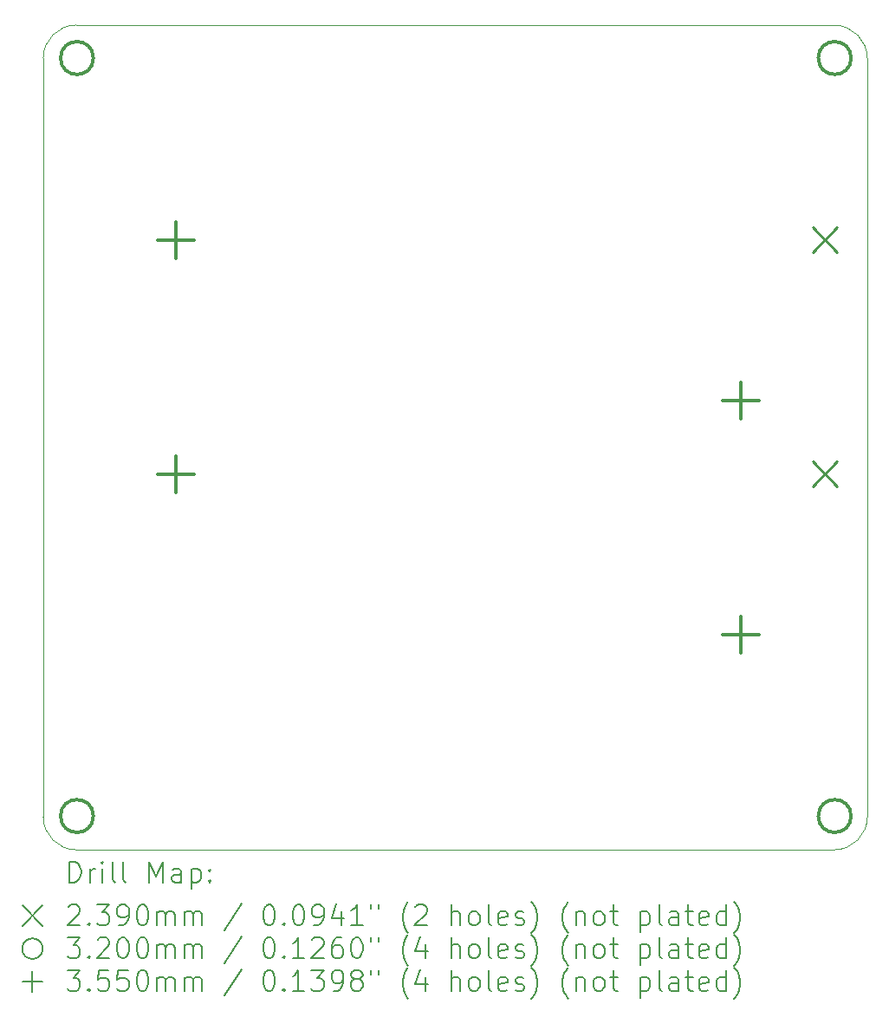
<source format=gbr>
%TF.GenerationSoftware,KiCad,Pcbnew,8.0.6*%
%TF.CreationDate,2024-11-27T19:43:05+03:00*%
%TF.ProjectId,EPSv3,45505376-332e-46b6-9963-61645f706362,rev?*%
%TF.SameCoordinates,Original*%
%TF.FileFunction,Drillmap*%
%TF.FilePolarity,Positive*%
%FSLAX45Y45*%
G04 Gerber Fmt 4.5, Leading zero omitted, Abs format (unit mm)*
G04 Created by KiCad (PCBNEW 8.0.6) date 2024-11-27 19:43:05*
%MOMM*%
%LPD*%
G01*
G04 APERTURE LIST*
%ADD10C,0.100000*%
%ADD11C,0.200000*%
%ADD12C,0.239000*%
%ADD13C,0.320000*%
%ADD14C,0.355000*%
G04 APERTURE END LIST*
D10*
X12737982Y-12628970D02*
X5334000Y-12629000D01*
X5009139Y-4900026D02*
G75*
G02*
X5334139Y-4575026I325000J0D01*
G01*
X13062982Y-12303970D02*
G75*
G02*
X12737982Y-12628972I-325002J1D01*
G01*
X13062982Y-4902200D02*
X13062982Y-12303970D01*
X5334000Y-12629000D02*
G75*
G02*
X5009000Y-12304000I0J325000D01*
G01*
X12737982Y-4577200D02*
G75*
G02*
X13062980Y-4902200I-2J-325000D01*
G01*
X5334139Y-4575026D02*
X12737982Y-4577200D01*
X5009139Y-4900026D02*
X5009000Y-12304000D01*
D11*
D12*
X12527561Y-6552498D02*
X12766561Y-6791498D01*
X12766561Y-6552498D02*
X12527561Y-6791498D01*
X12527561Y-8838498D02*
X12766561Y-9077498D01*
X12766561Y-8838498D02*
X12527561Y-9077498D01*
D13*
X5499200Y-4897030D02*
G75*
G02*
X5179200Y-4897030I-160000J0D01*
G01*
X5179200Y-4897030D02*
G75*
G02*
X5499200Y-4897030I160000J0D01*
G01*
X5499200Y-12298800D02*
G75*
G02*
X5179200Y-12298800I-160000J0D01*
G01*
X5179200Y-12298800D02*
G75*
G02*
X5499200Y-12298800I160000J0D01*
G01*
X12903182Y-4897030D02*
G75*
G02*
X12583182Y-4897030I-160000J0D01*
G01*
X12583182Y-4897030D02*
G75*
G02*
X12903182Y-4897030I160000J0D01*
G01*
X12903182Y-12298800D02*
G75*
G02*
X12583182Y-12298800I-160000J0D01*
G01*
X12583182Y-12298800D02*
G75*
G02*
X12903182Y-12298800I160000J0D01*
G01*
D14*
X6307061Y-6494498D02*
X6307061Y-6849498D01*
X6129561Y-6671998D02*
X6484561Y-6671998D01*
X6307061Y-8780498D02*
X6307061Y-9135498D01*
X6129561Y-8957998D02*
X6484561Y-8957998D01*
X11827061Y-8068498D02*
X11827061Y-8423498D01*
X11649561Y-8245998D02*
X12004561Y-8245998D01*
X11827061Y-10354498D02*
X11827061Y-10709498D01*
X11649561Y-10531998D02*
X12004561Y-10531998D01*
D11*
X5264777Y-12945484D02*
X5264777Y-12745484D01*
X5264777Y-12745484D02*
X5312396Y-12745484D01*
X5312396Y-12745484D02*
X5340967Y-12755008D01*
X5340967Y-12755008D02*
X5360015Y-12774055D01*
X5360015Y-12774055D02*
X5369539Y-12793103D01*
X5369539Y-12793103D02*
X5379063Y-12831198D01*
X5379063Y-12831198D02*
X5379063Y-12859769D01*
X5379063Y-12859769D02*
X5369539Y-12897865D01*
X5369539Y-12897865D02*
X5360015Y-12916912D01*
X5360015Y-12916912D02*
X5340967Y-12935960D01*
X5340967Y-12935960D02*
X5312396Y-12945484D01*
X5312396Y-12945484D02*
X5264777Y-12945484D01*
X5464777Y-12945484D02*
X5464777Y-12812150D01*
X5464777Y-12850246D02*
X5474301Y-12831198D01*
X5474301Y-12831198D02*
X5483824Y-12821674D01*
X5483824Y-12821674D02*
X5502872Y-12812150D01*
X5502872Y-12812150D02*
X5521920Y-12812150D01*
X5588586Y-12945484D02*
X5588586Y-12812150D01*
X5588586Y-12745484D02*
X5579063Y-12755008D01*
X5579063Y-12755008D02*
X5588586Y-12764531D01*
X5588586Y-12764531D02*
X5598110Y-12755008D01*
X5598110Y-12755008D02*
X5588586Y-12745484D01*
X5588586Y-12745484D02*
X5588586Y-12764531D01*
X5712396Y-12945484D02*
X5693348Y-12935960D01*
X5693348Y-12935960D02*
X5683824Y-12916912D01*
X5683824Y-12916912D02*
X5683824Y-12745484D01*
X5817158Y-12945484D02*
X5798110Y-12935960D01*
X5798110Y-12935960D02*
X5788586Y-12916912D01*
X5788586Y-12916912D02*
X5788586Y-12745484D01*
X6045729Y-12945484D02*
X6045729Y-12745484D01*
X6045729Y-12745484D02*
X6112396Y-12888341D01*
X6112396Y-12888341D02*
X6179062Y-12745484D01*
X6179062Y-12745484D02*
X6179062Y-12945484D01*
X6360015Y-12945484D02*
X6360015Y-12840722D01*
X6360015Y-12840722D02*
X6350491Y-12821674D01*
X6350491Y-12821674D02*
X6331443Y-12812150D01*
X6331443Y-12812150D02*
X6293348Y-12812150D01*
X6293348Y-12812150D02*
X6274301Y-12821674D01*
X6360015Y-12935960D02*
X6340967Y-12945484D01*
X6340967Y-12945484D02*
X6293348Y-12945484D01*
X6293348Y-12945484D02*
X6274301Y-12935960D01*
X6274301Y-12935960D02*
X6264777Y-12916912D01*
X6264777Y-12916912D02*
X6264777Y-12897865D01*
X6264777Y-12897865D02*
X6274301Y-12878817D01*
X6274301Y-12878817D02*
X6293348Y-12869293D01*
X6293348Y-12869293D02*
X6340967Y-12869293D01*
X6340967Y-12869293D02*
X6360015Y-12859769D01*
X6455253Y-12812150D02*
X6455253Y-13012150D01*
X6455253Y-12821674D02*
X6474301Y-12812150D01*
X6474301Y-12812150D02*
X6512396Y-12812150D01*
X6512396Y-12812150D02*
X6531443Y-12821674D01*
X6531443Y-12821674D02*
X6540967Y-12831198D01*
X6540967Y-12831198D02*
X6550491Y-12850246D01*
X6550491Y-12850246D02*
X6550491Y-12907388D01*
X6550491Y-12907388D02*
X6540967Y-12926436D01*
X6540967Y-12926436D02*
X6531443Y-12935960D01*
X6531443Y-12935960D02*
X6512396Y-12945484D01*
X6512396Y-12945484D02*
X6474301Y-12945484D01*
X6474301Y-12945484D02*
X6455253Y-12935960D01*
X6636205Y-12926436D02*
X6645729Y-12935960D01*
X6645729Y-12935960D02*
X6636205Y-12945484D01*
X6636205Y-12945484D02*
X6626682Y-12935960D01*
X6626682Y-12935960D02*
X6636205Y-12926436D01*
X6636205Y-12926436D02*
X6636205Y-12945484D01*
X6636205Y-12821674D02*
X6645729Y-12831198D01*
X6645729Y-12831198D02*
X6636205Y-12840722D01*
X6636205Y-12840722D02*
X6626682Y-12831198D01*
X6626682Y-12831198D02*
X6636205Y-12821674D01*
X6636205Y-12821674D02*
X6636205Y-12840722D01*
X4804000Y-13174000D02*
X5004000Y-13374000D01*
X5004000Y-13174000D02*
X4804000Y-13374000D01*
X5255253Y-13184531D02*
X5264777Y-13175008D01*
X5264777Y-13175008D02*
X5283824Y-13165484D01*
X5283824Y-13165484D02*
X5331444Y-13165484D01*
X5331444Y-13165484D02*
X5350491Y-13175008D01*
X5350491Y-13175008D02*
X5360015Y-13184531D01*
X5360015Y-13184531D02*
X5369539Y-13203579D01*
X5369539Y-13203579D02*
X5369539Y-13222627D01*
X5369539Y-13222627D02*
X5360015Y-13251198D01*
X5360015Y-13251198D02*
X5245729Y-13365484D01*
X5245729Y-13365484D02*
X5369539Y-13365484D01*
X5455253Y-13346436D02*
X5464777Y-13355960D01*
X5464777Y-13355960D02*
X5455253Y-13365484D01*
X5455253Y-13365484D02*
X5445729Y-13355960D01*
X5445729Y-13355960D02*
X5455253Y-13346436D01*
X5455253Y-13346436D02*
X5455253Y-13365484D01*
X5531444Y-13165484D02*
X5655253Y-13165484D01*
X5655253Y-13165484D02*
X5588586Y-13241674D01*
X5588586Y-13241674D02*
X5617158Y-13241674D01*
X5617158Y-13241674D02*
X5636205Y-13251198D01*
X5636205Y-13251198D02*
X5645729Y-13260722D01*
X5645729Y-13260722D02*
X5655253Y-13279769D01*
X5655253Y-13279769D02*
X5655253Y-13327388D01*
X5655253Y-13327388D02*
X5645729Y-13346436D01*
X5645729Y-13346436D02*
X5636205Y-13355960D01*
X5636205Y-13355960D02*
X5617158Y-13365484D01*
X5617158Y-13365484D02*
X5560015Y-13365484D01*
X5560015Y-13365484D02*
X5540967Y-13355960D01*
X5540967Y-13355960D02*
X5531444Y-13346436D01*
X5750491Y-13365484D02*
X5788586Y-13365484D01*
X5788586Y-13365484D02*
X5807634Y-13355960D01*
X5807634Y-13355960D02*
X5817158Y-13346436D01*
X5817158Y-13346436D02*
X5836205Y-13317865D01*
X5836205Y-13317865D02*
X5845729Y-13279769D01*
X5845729Y-13279769D02*
X5845729Y-13203579D01*
X5845729Y-13203579D02*
X5836205Y-13184531D01*
X5836205Y-13184531D02*
X5826682Y-13175008D01*
X5826682Y-13175008D02*
X5807634Y-13165484D01*
X5807634Y-13165484D02*
X5769539Y-13165484D01*
X5769539Y-13165484D02*
X5750491Y-13175008D01*
X5750491Y-13175008D02*
X5740967Y-13184531D01*
X5740967Y-13184531D02*
X5731443Y-13203579D01*
X5731443Y-13203579D02*
X5731443Y-13251198D01*
X5731443Y-13251198D02*
X5740967Y-13270246D01*
X5740967Y-13270246D02*
X5750491Y-13279769D01*
X5750491Y-13279769D02*
X5769539Y-13289293D01*
X5769539Y-13289293D02*
X5807634Y-13289293D01*
X5807634Y-13289293D02*
X5826682Y-13279769D01*
X5826682Y-13279769D02*
X5836205Y-13270246D01*
X5836205Y-13270246D02*
X5845729Y-13251198D01*
X5969539Y-13165484D02*
X5988586Y-13165484D01*
X5988586Y-13165484D02*
X6007634Y-13175008D01*
X6007634Y-13175008D02*
X6017158Y-13184531D01*
X6017158Y-13184531D02*
X6026682Y-13203579D01*
X6026682Y-13203579D02*
X6036205Y-13241674D01*
X6036205Y-13241674D02*
X6036205Y-13289293D01*
X6036205Y-13289293D02*
X6026682Y-13327388D01*
X6026682Y-13327388D02*
X6017158Y-13346436D01*
X6017158Y-13346436D02*
X6007634Y-13355960D01*
X6007634Y-13355960D02*
X5988586Y-13365484D01*
X5988586Y-13365484D02*
X5969539Y-13365484D01*
X5969539Y-13365484D02*
X5950491Y-13355960D01*
X5950491Y-13355960D02*
X5940967Y-13346436D01*
X5940967Y-13346436D02*
X5931443Y-13327388D01*
X5931443Y-13327388D02*
X5921920Y-13289293D01*
X5921920Y-13289293D02*
X5921920Y-13241674D01*
X5921920Y-13241674D02*
X5931443Y-13203579D01*
X5931443Y-13203579D02*
X5940967Y-13184531D01*
X5940967Y-13184531D02*
X5950491Y-13175008D01*
X5950491Y-13175008D02*
X5969539Y-13165484D01*
X6121920Y-13365484D02*
X6121920Y-13232150D01*
X6121920Y-13251198D02*
X6131443Y-13241674D01*
X6131443Y-13241674D02*
X6150491Y-13232150D01*
X6150491Y-13232150D02*
X6179063Y-13232150D01*
X6179063Y-13232150D02*
X6198110Y-13241674D01*
X6198110Y-13241674D02*
X6207634Y-13260722D01*
X6207634Y-13260722D02*
X6207634Y-13365484D01*
X6207634Y-13260722D02*
X6217158Y-13241674D01*
X6217158Y-13241674D02*
X6236205Y-13232150D01*
X6236205Y-13232150D02*
X6264777Y-13232150D01*
X6264777Y-13232150D02*
X6283824Y-13241674D01*
X6283824Y-13241674D02*
X6293348Y-13260722D01*
X6293348Y-13260722D02*
X6293348Y-13365484D01*
X6388586Y-13365484D02*
X6388586Y-13232150D01*
X6388586Y-13251198D02*
X6398110Y-13241674D01*
X6398110Y-13241674D02*
X6417158Y-13232150D01*
X6417158Y-13232150D02*
X6445729Y-13232150D01*
X6445729Y-13232150D02*
X6464777Y-13241674D01*
X6464777Y-13241674D02*
X6474301Y-13260722D01*
X6474301Y-13260722D02*
X6474301Y-13365484D01*
X6474301Y-13260722D02*
X6483824Y-13241674D01*
X6483824Y-13241674D02*
X6502872Y-13232150D01*
X6502872Y-13232150D02*
X6531443Y-13232150D01*
X6531443Y-13232150D02*
X6550491Y-13241674D01*
X6550491Y-13241674D02*
X6560015Y-13260722D01*
X6560015Y-13260722D02*
X6560015Y-13365484D01*
X6950491Y-13155960D02*
X6779063Y-13413103D01*
X7207634Y-13165484D02*
X7226682Y-13165484D01*
X7226682Y-13165484D02*
X7245729Y-13175008D01*
X7245729Y-13175008D02*
X7255253Y-13184531D01*
X7255253Y-13184531D02*
X7264777Y-13203579D01*
X7264777Y-13203579D02*
X7274301Y-13241674D01*
X7274301Y-13241674D02*
X7274301Y-13289293D01*
X7274301Y-13289293D02*
X7264777Y-13327388D01*
X7264777Y-13327388D02*
X7255253Y-13346436D01*
X7255253Y-13346436D02*
X7245729Y-13355960D01*
X7245729Y-13355960D02*
X7226682Y-13365484D01*
X7226682Y-13365484D02*
X7207634Y-13365484D01*
X7207634Y-13365484D02*
X7188586Y-13355960D01*
X7188586Y-13355960D02*
X7179063Y-13346436D01*
X7179063Y-13346436D02*
X7169539Y-13327388D01*
X7169539Y-13327388D02*
X7160015Y-13289293D01*
X7160015Y-13289293D02*
X7160015Y-13241674D01*
X7160015Y-13241674D02*
X7169539Y-13203579D01*
X7169539Y-13203579D02*
X7179063Y-13184531D01*
X7179063Y-13184531D02*
X7188586Y-13175008D01*
X7188586Y-13175008D02*
X7207634Y-13165484D01*
X7360015Y-13346436D02*
X7369539Y-13355960D01*
X7369539Y-13355960D02*
X7360015Y-13365484D01*
X7360015Y-13365484D02*
X7350491Y-13355960D01*
X7350491Y-13355960D02*
X7360015Y-13346436D01*
X7360015Y-13346436D02*
X7360015Y-13365484D01*
X7493348Y-13165484D02*
X7512396Y-13165484D01*
X7512396Y-13165484D02*
X7531444Y-13175008D01*
X7531444Y-13175008D02*
X7540967Y-13184531D01*
X7540967Y-13184531D02*
X7550491Y-13203579D01*
X7550491Y-13203579D02*
X7560015Y-13241674D01*
X7560015Y-13241674D02*
X7560015Y-13289293D01*
X7560015Y-13289293D02*
X7550491Y-13327388D01*
X7550491Y-13327388D02*
X7540967Y-13346436D01*
X7540967Y-13346436D02*
X7531444Y-13355960D01*
X7531444Y-13355960D02*
X7512396Y-13365484D01*
X7512396Y-13365484D02*
X7493348Y-13365484D01*
X7493348Y-13365484D02*
X7474301Y-13355960D01*
X7474301Y-13355960D02*
X7464777Y-13346436D01*
X7464777Y-13346436D02*
X7455253Y-13327388D01*
X7455253Y-13327388D02*
X7445729Y-13289293D01*
X7445729Y-13289293D02*
X7445729Y-13241674D01*
X7445729Y-13241674D02*
X7455253Y-13203579D01*
X7455253Y-13203579D02*
X7464777Y-13184531D01*
X7464777Y-13184531D02*
X7474301Y-13175008D01*
X7474301Y-13175008D02*
X7493348Y-13165484D01*
X7655253Y-13365484D02*
X7693348Y-13365484D01*
X7693348Y-13365484D02*
X7712396Y-13355960D01*
X7712396Y-13355960D02*
X7721920Y-13346436D01*
X7721920Y-13346436D02*
X7740967Y-13317865D01*
X7740967Y-13317865D02*
X7750491Y-13279769D01*
X7750491Y-13279769D02*
X7750491Y-13203579D01*
X7750491Y-13203579D02*
X7740967Y-13184531D01*
X7740967Y-13184531D02*
X7731444Y-13175008D01*
X7731444Y-13175008D02*
X7712396Y-13165484D01*
X7712396Y-13165484D02*
X7674301Y-13165484D01*
X7674301Y-13165484D02*
X7655253Y-13175008D01*
X7655253Y-13175008D02*
X7645729Y-13184531D01*
X7645729Y-13184531D02*
X7636206Y-13203579D01*
X7636206Y-13203579D02*
X7636206Y-13251198D01*
X7636206Y-13251198D02*
X7645729Y-13270246D01*
X7645729Y-13270246D02*
X7655253Y-13279769D01*
X7655253Y-13279769D02*
X7674301Y-13289293D01*
X7674301Y-13289293D02*
X7712396Y-13289293D01*
X7712396Y-13289293D02*
X7731444Y-13279769D01*
X7731444Y-13279769D02*
X7740967Y-13270246D01*
X7740967Y-13270246D02*
X7750491Y-13251198D01*
X7921920Y-13232150D02*
X7921920Y-13365484D01*
X7874301Y-13155960D02*
X7826682Y-13298817D01*
X7826682Y-13298817D02*
X7950491Y-13298817D01*
X8131444Y-13365484D02*
X8017158Y-13365484D01*
X8074301Y-13365484D02*
X8074301Y-13165484D01*
X8074301Y-13165484D02*
X8055253Y-13194055D01*
X8055253Y-13194055D02*
X8036206Y-13213103D01*
X8036206Y-13213103D02*
X8017158Y-13222627D01*
X8207634Y-13165484D02*
X8207634Y-13203579D01*
X8283825Y-13165484D02*
X8283825Y-13203579D01*
X8579063Y-13441674D02*
X8569539Y-13432150D01*
X8569539Y-13432150D02*
X8550491Y-13403579D01*
X8550491Y-13403579D02*
X8540968Y-13384531D01*
X8540968Y-13384531D02*
X8531444Y-13355960D01*
X8531444Y-13355960D02*
X8521920Y-13308341D01*
X8521920Y-13308341D02*
X8521920Y-13270246D01*
X8521920Y-13270246D02*
X8531444Y-13222627D01*
X8531444Y-13222627D02*
X8540968Y-13194055D01*
X8540968Y-13194055D02*
X8550491Y-13175008D01*
X8550491Y-13175008D02*
X8569539Y-13146436D01*
X8569539Y-13146436D02*
X8579063Y-13136912D01*
X8645730Y-13184531D02*
X8655253Y-13175008D01*
X8655253Y-13175008D02*
X8674301Y-13165484D01*
X8674301Y-13165484D02*
X8721920Y-13165484D01*
X8721920Y-13165484D02*
X8740968Y-13175008D01*
X8740968Y-13175008D02*
X8750491Y-13184531D01*
X8750491Y-13184531D02*
X8760015Y-13203579D01*
X8760015Y-13203579D02*
X8760015Y-13222627D01*
X8760015Y-13222627D02*
X8750491Y-13251198D01*
X8750491Y-13251198D02*
X8636206Y-13365484D01*
X8636206Y-13365484D02*
X8760015Y-13365484D01*
X8998111Y-13365484D02*
X8998111Y-13165484D01*
X9083825Y-13365484D02*
X9083825Y-13260722D01*
X9083825Y-13260722D02*
X9074301Y-13241674D01*
X9074301Y-13241674D02*
X9055253Y-13232150D01*
X9055253Y-13232150D02*
X9026682Y-13232150D01*
X9026682Y-13232150D02*
X9007634Y-13241674D01*
X9007634Y-13241674D02*
X8998111Y-13251198D01*
X9207634Y-13365484D02*
X9188587Y-13355960D01*
X9188587Y-13355960D02*
X9179063Y-13346436D01*
X9179063Y-13346436D02*
X9169539Y-13327388D01*
X9169539Y-13327388D02*
X9169539Y-13270246D01*
X9169539Y-13270246D02*
X9179063Y-13251198D01*
X9179063Y-13251198D02*
X9188587Y-13241674D01*
X9188587Y-13241674D02*
X9207634Y-13232150D01*
X9207634Y-13232150D02*
X9236206Y-13232150D01*
X9236206Y-13232150D02*
X9255253Y-13241674D01*
X9255253Y-13241674D02*
X9264777Y-13251198D01*
X9264777Y-13251198D02*
X9274301Y-13270246D01*
X9274301Y-13270246D02*
X9274301Y-13327388D01*
X9274301Y-13327388D02*
X9264777Y-13346436D01*
X9264777Y-13346436D02*
X9255253Y-13355960D01*
X9255253Y-13355960D02*
X9236206Y-13365484D01*
X9236206Y-13365484D02*
X9207634Y-13365484D01*
X9388587Y-13365484D02*
X9369539Y-13355960D01*
X9369539Y-13355960D02*
X9360015Y-13336912D01*
X9360015Y-13336912D02*
X9360015Y-13165484D01*
X9540968Y-13355960D02*
X9521920Y-13365484D01*
X9521920Y-13365484D02*
X9483825Y-13365484D01*
X9483825Y-13365484D02*
X9464777Y-13355960D01*
X9464777Y-13355960D02*
X9455253Y-13336912D01*
X9455253Y-13336912D02*
X9455253Y-13260722D01*
X9455253Y-13260722D02*
X9464777Y-13241674D01*
X9464777Y-13241674D02*
X9483825Y-13232150D01*
X9483825Y-13232150D02*
X9521920Y-13232150D01*
X9521920Y-13232150D02*
X9540968Y-13241674D01*
X9540968Y-13241674D02*
X9550492Y-13260722D01*
X9550492Y-13260722D02*
X9550492Y-13279769D01*
X9550492Y-13279769D02*
X9455253Y-13298817D01*
X9626682Y-13355960D02*
X9645730Y-13365484D01*
X9645730Y-13365484D02*
X9683825Y-13365484D01*
X9683825Y-13365484D02*
X9702873Y-13355960D01*
X9702873Y-13355960D02*
X9712396Y-13336912D01*
X9712396Y-13336912D02*
X9712396Y-13327388D01*
X9712396Y-13327388D02*
X9702873Y-13308341D01*
X9702873Y-13308341D02*
X9683825Y-13298817D01*
X9683825Y-13298817D02*
X9655253Y-13298817D01*
X9655253Y-13298817D02*
X9636206Y-13289293D01*
X9636206Y-13289293D02*
X9626682Y-13270246D01*
X9626682Y-13270246D02*
X9626682Y-13260722D01*
X9626682Y-13260722D02*
X9636206Y-13241674D01*
X9636206Y-13241674D02*
X9655253Y-13232150D01*
X9655253Y-13232150D02*
X9683825Y-13232150D01*
X9683825Y-13232150D02*
X9702873Y-13241674D01*
X9779063Y-13441674D02*
X9788587Y-13432150D01*
X9788587Y-13432150D02*
X9807634Y-13403579D01*
X9807634Y-13403579D02*
X9817158Y-13384531D01*
X9817158Y-13384531D02*
X9826682Y-13355960D01*
X9826682Y-13355960D02*
X9836206Y-13308341D01*
X9836206Y-13308341D02*
X9836206Y-13270246D01*
X9836206Y-13270246D02*
X9826682Y-13222627D01*
X9826682Y-13222627D02*
X9817158Y-13194055D01*
X9817158Y-13194055D02*
X9807634Y-13175008D01*
X9807634Y-13175008D02*
X9788587Y-13146436D01*
X9788587Y-13146436D02*
X9779063Y-13136912D01*
X10140968Y-13441674D02*
X10131444Y-13432150D01*
X10131444Y-13432150D02*
X10112396Y-13403579D01*
X10112396Y-13403579D02*
X10102873Y-13384531D01*
X10102873Y-13384531D02*
X10093349Y-13355960D01*
X10093349Y-13355960D02*
X10083825Y-13308341D01*
X10083825Y-13308341D02*
X10083825Y-13270246D01*
X10083825Y-13270246D02*
X10093349Y-13222627D01*
X10093349Y-13222627D02*
X10102873Y-13194055D01*
X10102873Y-13194055D02*
X10112396Y-13175008D01*
X10112396Y-13175008D02*
X10131444Y-13146436D01*
X10131444Y-13146436D02*
X10140968Y-13136912D01*
X10217158Y-13232150D02*
X10217158Y-13365484D01*
X10217158Y-13251198D02*
X10226682Y-13241674D01*
X10226682Y-13241674D02*
X10245730Y-13232150D01*
X10245730Y-13232150D02*
X10274301Y-13232150D01*
X10274301Y-13232150D02*
X10293349Y-13241674D01*
X10293349Y-13241674D02*
X10302873Y-13260722D01*
X10302873Y-13260722D02*
X10302873Y-13365484D01*
X10426682Y-13365484D02*
X10407634Y-13355960D01*
X10407634Y-13355960D02*
X10398111Y-13346436D01*
X10398111Y-13346436D02*
X10388587Y-13327388D01*
X10388587Y-13327388D02*
X10388587Y-13270246D01*
X10388587Y-13270246D02*
X10398111Y-13251198D01*
X10398111Y-13251198D02*
X10407634Y-13241674D01*
X10407634Y-13241674D02*
X10426682Y-13232150D01*
X10426682Y-13232150D02*
X10455254Y-13232150D01*
X10455254Y-13232150D02*
X10474301Y-13241674D01*
X10474301Y-13241674D02*
X10483825Y-13251198D01*
X10483825Y-13251198D02*
X10493349Y-13270246D01*
X10493349Y-13270246D02*
X10493349Y-13327388D01*
X10493349Y-13327388D02*
X10483825Y-13346436D01*
X10483825Y-13346436D02*
X10474301Y-13355960D01*
X10474301Y-13355960D02*
X10455254Y-13365484D01*
X10455254Y-13365484D02*
X10426682Y-13365484D01*
X10550492Y-13232150D02*
X10626682Y-13232150D01*
X10579063Y-13165484D02*
X10579063Y-13336912D01*
X10579063Y-13336912D02*
X10588587Y-13355960D01*
X10588587Y-13355960D02*
X10607634Y-13365484D01*
X10607634Y-13365484D02*
X10626682Y-13365484D01*
X10845730Y-13232150D02*
X10845730Y-13432150D01*
X10845730Y-13241674D02*
X10864777Y-13232150D01*
X10864777Y-13232150D02*
X10902873Y-13232150D01*
X10902873Y-13232150D02*
X10921920Y-13241674D01*
X10921920Y-13241674D02*
X10931444Y-13251198D01*
X10931444Y-13251198D02*
X10940968Y-13270246D01*
X10940968Y-13270246D02*
X10940968Y-13327388D01*
X10940968Y-13327388D02*
X10931444Y-13346436D01*
X10931444Y-13346436D02*
X10921920Y-13355960D01*
X10921920Y-13355960D02*
X10902873Y-13365484D01*
X10902873Y-13365484D02*
X10864777Y-13365484D01*
X10864777Y-13365484D02*
X10845730Y-13355960D01*
X11055254Y-13365484D02*
X11036206Y-13355960D01*
X11036206Y-13355960D02*
X11026682Y-13336912D01*
X11026682Y-13336912D02*
X11026682Y-13165484D01*
X11217158Y-13365484D02*
X11217158Y-13260722D01*
X11217158Y-13260722D02*
X11207634Y-13241674D01*
X11207634Y-13241674D02*
X11188587Y-13232150D01*
X11188587Y-13232150D02*
X11150492Y-13232150D01*
X11150492Y-13232150D02*
X11131444Y-13241674D01*
X11217158Y-13355960D02*
X11198111Y-13365484D01*
X11198111Y-13365484D02*
X11150492Y-13365484D01*
X11150492Y-13365484D02*
X11131444Y-13355960D01*
X11131444Y-13355960D02*
X11121920Y-13336912D01*
X11121920Y-13336912D02*
X11121920Y-13317865D01*
X11121920Y-13317865D02*
X11131444Y-13298817D01*
X11131444Y-13298817D02*
X11150492Y-13289293D01*
X11150492Y-13289293D02*
X11198111Y-13289293D01*
X11198111Y-13289293D02*
X11217158Y-13279769D01*
X11283825Y-13232150D02*
X11360015Y-13232150D01*
X11312396Y-13165484D02*
X11312396Y-13336912D01*
X11312396Y-13336912D02*
X11321920Y-13355960D01*
X11321920Y-13355960D02*
X11340968Y-13365484D01*
X11340968Y-13365484D02*
X11360015Y-13365484D01*
X11502873Y-13355960D02*
X11483825Y-13365484D01*
X11483825Y-13365484D02*
X11445730Y-13365484D01*
X11445730Y-13365484D02*
X11426682Y-13355960D01*
X11426682Y-13355960D02*
X11417158Y-13336912D01*
X11417158Y-13336912D02*
X11417158Y-13260722D01*
X11417158Y-13260722D02*
X11426682Y-13241674D01*
X11426682Y-13241674D02*
X11445730Y-13232150D01*
X11445730Y-13232150D02*
X11483825Y-13232150D01*
X11483825Y-13232150D02*
X11502873Y-13241674D01*
X11502873Y-13241674D02*
X11512396Y-13260722D01*
X11512396Y-13260722D02*
X11512396Y-13279769D01*
X11512396Y-13279769D02*
X11417158Y-13298817D01*
X11683825Y-13365484D02*
X11683825Y-13165484D01*
X11683825Y-13355960D02*
X11664777Y-13365484D01*
X11664777Y-13365484D02*
X11626682Y-13365484D01*
X11626682Y-13365484D02*
X11607634Y-13355960D01*
X11607634Y-13355960D02*
X11598111Y-13346436D01*
X11598111Y-13346436D02*
X11588587Y-13327388D01*
X11588587Y-13327388D02*
X11588587Y-13270246D01*
X11588587Y-13270246D02*
X11598111Y-13251198D01*
X11598111Y-13251198D02*
X11607634Y-13241674D01*
X11607634Y-13241674D02*
X11626682Y-13232150D01*
X11626682Y-13232150D02*
X11664777Y-13232150D01*
X11664777Y-13232150D02*
X11683825Y-13241674D01*
X11760015Y-13441674D02*
X11769539Y-13432150D01*
X11769539Y-13432150D02*
X11788587Y-13403579D01*
X11788587Y-13403579D02*
X11798111Y-13384531D01*
X11798111Y-13384531D02*
X11807634Y-13355960D01*
X11807634Y-13355960D02*
X11817158Y-13308341D01*
X11817158Y-13308341D02*
X11817158Y-13270246D01*
X11817158Y-13270246D02*
X11807634Y-13222627D01*
X11807634Y-13222627D02*
X11798111Y-13194055D01*
X11798111Y-13194055D02*
X11788587Y-13175008D01*
X11788587Y-13175008D02*
X11769539Y-13146436D01*
X11769539Y-13146436D02*
X11760015Y-13136912D01*
X5004000Y-13594000D02*
G75*
G02*
X4804000Y-13594000I-100000J0D01*
G01*
X4804000Y-13594000D02*
G75*
G02*
X5004000Y-13594000I100000J0D01*
G01*
X5245729Y-13485484D02*
X5369539Y-13485484D01*
X5369539Y-13485484D02*
X5302872Y-13561674D01*
X5302872Y-13561674D02*
X5331444Y-13561674D01*
X5331444Y-13561674D02*
X5350491Y-13571198D01*
X5350491Y-13571198D02*
X5360015Y-13580722D01*
X5360015Y-13580722D02*
X5369539Y-13599769D01*
X5369539Y-13599769D02*
X5369539Y-13647388D01*
X5369539Y-13647388D02*
X5360015Y-13666436D01*
X5360015Y-13666436D02*
X5350491Y-13675960D01*
X5350491Y-13675960D02*
X5331444Y-13685484D01*
X5331444Y-13685484D02*
X5274301Y-13685484D01*
X5274301Y-13685484D02*
X5255253Y-13675960D01*
X5255253Y-13675960D02*
X5245729Y-13666436D01*
X5455253Y-13666436D02*
X5464777Y-13675960D01*
X5464777Y-13675960D02*
X5455253Y-13685484D01*
X5455253Y-13685484D02*
X5445729Y-13675960D01*
X5445729Y-13675960D02*
X5455253Y-13666436D01*
X5455253Y-13666436D02*
X5455253Y-13685484D01*
X5540967Y-13504531D02*
X5550491Y-13495008D01*
X5550491Y-13495008D02*
X5569539Y-13485484D01*
X5569539Y-13485484D02*
X5617158Y-13485484D01*
X5617158Y-13485484D02*
X5636205Y-13495008D01*
X5636205Y-13495008D02*
X5645729Y-13504531D01*
X5645729Y-13504531D02*
X5655253Y-13523579D01*
X5655253Y-13523579D02*
X5655253Y-13542627D01*
X5655253Y-13542627D02*
X5645729Y-13571198D01*
X5645729Y-13571198D02*
X5531444Y-13685484D01*
X5531444Y-13685484D02*
X5655253Y-13685484D01*
X5779062Y-13485484D02*
X5798110Y-13485484D01*
X5798110Y-13485484D02*
X5817158Y-13495008D01*
X5817158Y-13495008D02*
X5826682Y-13504531D01*
X5826682Y-13504531D02*
X5836205Y-13523579D01*
X5836205Y-13523579D02*
X5845729Y-13561674D01*
X5845729Y-13561674D02*
X5845729Y-13609293D01*
X5845729Y-13609293D02*
X5836205Y-13647388D01*
X5836205Y-13647388D02*
X5826682Y-13666436D01*
X5826682Y-13666436D02*
X5817158Y-13675960D01*
X5817158Y-13675960D02*
X5798110Y-13685484D01*
X5798110Y-13685484D02*
X5779062Y-13685484D01*
X5779062Y-13685484D02*
X5760015Y-13675960D01*
X5760015Y-13675960D02*
X5750491Y-13666436D01*
X5750491Y-13666436D02*
X5740967Y-13647388D01*
X5740967Y-13647388D02*
X5731443Y-13609293D01*
X5731443Y-13609293D02*
X5731443Y-13561674D01*
X5731443Y-13561674D02*
X5740967Y-13523579D01*
X5740967Y-13523579D02*
X5750491Y-13504531D01*
X5750491Y-13504531D02*
X5760015Y-13495008D01*
X5760015Y-13495008D02*
X5779062Y-13485484D01*
X5969539Y-13485484D02*
X5988586Y-13485484D01*
X5988586Y-13485484D02*
X6007634Y-13495008D01*
X6007634Y-13495008D02*
X6017158Y-13504531D01*
X6017158Y-13504531D02*
X6026682Y-13523579D01*
X6026682Y-13523579D02*
X6036205Y-13561674D01*
X6036205Y-13561674D02*
X6036205Y-13609293D01*
X6036205Y-13609293D02*
X6026682Y-13647388D01*
X6026682Y-13647388D02*
X6017158Y-13666436D01*
X6017158Y-13666436D02*
X6007634Y-13675960D01*
X6007634Y-13675960D02*
X5988586Y-13685484D01*
X5988586Y-13685484D02*
X5969539Y-13685484D01*
X5969539Y-13685484D02*
X5950491Y-13675960D01*
X5950491Y-13675960D02*
X5940967Y-13666436D01*
X5940967Y-13666436D02*
X5931443Y-13647388D01*
X5931443Y-13647388D02*
X5921920Y-13609293D01*
X5921920Y-13609293D02*
X5921920Y-13561674D01*
X5921920Y-13561674D02*
X5931443Y-13523579D01*
X5931443Y-13523579D02*
X5940967Y-13504531D01*
X5940967Y-13504531D02*
X5950491Y-13495008D01*
X5950491Y-13495008D02*
X5969539Y-13485484D01*
X6121920Y-13685484D02*
X6121920Y-13552150D01*
X6121920Y-13571198D02*
X6131443Y-13561674D01*
X6131443Y-13561674D02*
X6150491Y-13552150D01*
X6150491Y-13552150D02*
X6179063Y-13552150D01*
X6179063Y-13552150D02*
X6198110Y-13561674D01*
X6198110Y-13561674D02*
X6207634Y-13580722D01*
X6207634Y-13580722D02*
X6207634Y-13685484D01*
X6207634Y-13580722D02*
X6217158Y-13561674D01*
X6217158Y-13561674D02*
X6236205Y-13552150D01*
X6236205Y-13552150D02*
X6264777Y-13552150D01*
X6264777Y-13552150D02*
X6283824Y-13561674D01*
X6283824Y-13561674D02*
X6293348Y-13580722D01*
X6293348Y-13580722D02*
X6293348Y-13685484D01*
X6388586Y-13685484D02*
X6388586Y-13552150D01*
X6388586Y-13571198D02*
X6398110Y-13561674D01*
X6398110Y-13561674D02*
X6417158Y-13552150D01*
X6417158Y-13552150D02*
X6445729Y-13552150D01*
X6445729Y-13552150D02*
X6464777Y-13561674D01*
X6464777Y-13561674D02*
X6474301Y-13580722D01*
X6474301Y-13580722D02*
X6474301Y-13685484D01*
X6474301Y-13580722D02*
X6483824Y-13561674D01*
X6483824Y-13561674D02*
X6502872Y-13552150D01*
X6502872Y-13552150D02*
X6531443Y-13552150D01*
X6531443Y-13552150D02*
X6550491Y-13561674D01*
X6550491Y-13561674D02*
X6560015Y-13580722D01*
X6560015Y-13580722D02*
X6560015Y-13685484D01*
X6950491Y-13475960D02*
X6779063Y-13733103D01*
X7207634Y-13485484D02*
X7226682Y-13485484D01*
X7226682Y-13485484D02*
X7245729Y-13495008D01*
X7245729Y-13495008D02*
X7255253Y-13504531D01*
X7255253Y-13504531D02*
X7264777Y-13523579D01*
X7264777Y-13523579D02*
X7274301Y-13561674D01*
X7274301Y-13561674D02*
X7274301Y-13609293D01*
X7274301Y-13609293D02*
X7264777Y-13647388D01*
X7264777Y-13647388D02*
X7255253Y-13666436D01*
X7255253Y-13666436D02*
X7245729Y-13675960D01*
X7245729Y-13675960D02*
X7226682Y-13685484D01*
X7226682Y-13685484D02*
X7207634Y-13685484D01*
X7207634Y-13685484D02*
X7188586Y-13675960D01*
X7188586Y-13675960D02*
X7179063Y-13666436D01*
X7179063Y-13666436D02*
X7169539Y-13647388D01*
X7169539Y-13647388D02*
X7160015Y-13609293D01*
X7160015Y-13609293D02*
X7160015Y-13561674D01*
X7160015Y-13561674D02*
X7169539Y-13523579D01*
X7169539Y-13523579D02*
X7179063Y-13504531D01*
X7179063Y-13504531D02*
X7188586Y-13495008D01*
X7188586Y-13495008D02*
X7207634Y-13485484D01*
X7360015Y-13666436D02*
X7369539Y-13675960D01*
X7369539Y-13675960D02*
X7360015Y-13685484D01*
X7360015Y-13685484D02*
X7350491Y-13675960D01*
X7350491Y-13675960D02*
X7360015Y-13666436D01*
X7360015Y-13666436D02*
X7360015Y-13685484D01*
X7560015Y-13685484D02*
X7445729Y-13685484D01*
X7502872Y-13685484D02*
X7502872Y-13485484D01*
X7502872Y-13485484D02*
X7483825Y-13514055D01*
X7483825Y-13514055D02*
X7464777Y-13533103D01*
X7464777Y-13533103D02*
X7445729Y-13542627D01*
X7636206Y-13504531D02*
X7645729Y-13495008D01*
X7645729Y-13495008D02*
X7664777Y-13485484D01*
X7664777Y-13485484D02*
X7712396Y-13485484D01*
X7712396Y-13485484D02*
X7731444Y-13495008D01*
X7731444Y-13495008D02*
X7740967Y-13504531D01*
X7740967Y-13504531D02*
X7750491Y-13523579D01*
X7750491Y-13523579D02*
X7750491Y-13542627D01*
X7750491Y-13542627D02*
X7740967Y-13571198D01*
X7740967Y-13571198D02*
X7626682Y-13685484D01*
X7626682Y-13685484D02*
X7750491Y-13685484D01*
X7921920Y-13485484D02*
X7883825Y-13485484D01*
X7883825Y-13485484D02*
X7864777Y-13495008D01*
X7864777Y-13495008D02*
X7855253Y-13504531D01*
X7855253Y-13504531D02*
X7836206Y-13533103D01*
X7836206Y-13533103D02*
X7826682Y-13571198D01*
X7826682Y-13571198D02*
X7826682Y-13647388D01*
X7826682Y-13647388D02*
X7836206Y-13666436D01*
X7836206Y-13666436D02*
X7845729Y-13675960D01*
X7845729Y-13675960D02*
X7864777Y-13685484D01*
X7864777Y-13685484D02*
X7902872Y-13685484D01*
X7902872Y-13685484D02*
X7921920Y-13675960D01*
X7921920Y-13675960D02*
X7931444Y-13666436D01*
X7931444Y-13666436D02*
X7940967Y-13647388D01*
X7940967Y-13647388D02*
X7940967Y-13599769D01*
X7940967Y-13599769D02*
X7931444Y-13580722D01*
X7931444Y-13580722D02*
X7921920Y-13571198D01*
X7921920Y-13571198D02*
X7902872Y-13561674D01*
X7902872Y-13561674D02*
X7864777Y-13561674D01*
X7864777Y-13561674D02*
X7845729Y-13571198D01*
X7845729Y-13571198D02*
X7836206Y-13580722D01*
X7836206Y-13580722D02*
X7826682Y-13599769D01*
X8064777Y-13485484D02*
X8083825Y-13485484D01*
X8083825Y-13485484D02*
X8102872Y-13495008D01*
X8102872Y-13495008D02*
X8112396Y-13504531D01*
X8112396Y-13504531D02*
X8121920Y-13523579D01*
X8121920Y-13523579D02*
X8131444Y-13561674D01*
X8131444Y-13561674D02*
X8131444Y-13609293D01*
X8131444Y-13609293D02*
X8121920Y-13647388D01*
X8121920Y-13647388D02*
X8112396Y-13666436D01*
X8112396Y-13666436D02*
X8102872Y-13675960D01*
X8102872Y-13675960D02*
X8083825Y-13685484D01*
X8083825Y-13685484D02*
X8064777Y-13685484D01*
X8064777Y-13685484D02*
X8045729Y-13675960D01*
X8045729Y-13675960D02*
X8036206Y-13666436D01*
X8036206Y-13666436D02*
X8026682Y-13647388D01*
X8026682Y-13647388D02*
X8017158Y-13609293D01*
X8017158Y-13609293D02*
X8017158Y-13561674D01*
X8017158Y-13561674D02*
X8026682Y-13523579D01*
X8026682Y-13523579D02*
X8036206Y-13504531D01*
X8036206Y-13504531D02*
X8045729Y-13495008D01*
X8045729Y-13495008D02*
X8064777Y-13485484D01*
X8207634Y-13485484D02*
X8207634Y-13523579D01*
X8283825Y-13485484D02*
X8283825Y-13523579D01*
X8579063Y-13761674D02*
X8569539Y-13752150D01*
X8569539Y-13752150D02*
X8550491Y-13723579D01*
X8550491Y-13723579D02*
X8540968Y-13704531D01*
X8540968Y-13704531D02*
X8531444Y-13675960D01*
X8531444Y-13675960D02*
X8521920Y-13628341D01*
X8521920Y-13628341D02*
X8521920Y-13590246D01*
X8521920Y-13590246D02*
X8531444Y-13542627D01*
X8531444Y-13542627D02*
X8540968Y-13514055D01*
X8540968Y-13514055D02*
X8550491Y-13495008D01*
X8550491Y-13495008D02*
X8569539Y-13466436D01*
X8569539Y-13466436D02*
X8579063Y-13456912D01*
X8740968Y-13552150D02*
X8740968Y-13685484D01*
X8693349Y-13475960D02*
X8645730Y-13618817D01*
X8645730Y-13618817D02*
X8769539Y-13618817D01*
X8998111Y-13685484D02*
X8998111Y-13485484D01*
X9083825Y-13685484D02*
X9083825Y-13580722D01*
X9083825Y-13580722D02*
X9074301Y-13561674D01*
X9074301Y-13561674D02*
X9055253Y-13552150D01*
X9055253Y-13552150D02*
X9026682Y-13552150D01*
X9026682Y-13552150D02*
X9007634Y-13561674D01*
X9007634Y-13561674D02*
X8998111Y-13571198D01*
X9207634Y-13685484D02*
X9188587Y-13675960D01*
X9188587Y-13675960D02*
X9179063Y-13666436D01*
X9179063Y-13666436D02*
X9169539Y-13647388D01*
X9169539Y-13647388D02*
X9169539Y-13590246D01*
X9169539Y-13590246D02*
X9179063Y-13571198D01*
X9179063Y-13571198D02*
X9188587Y-13561674D01*
X9188587Y-13561674D02*
X9207634Y-13552150D01*
X9207634Y-13552150D02*
X9236206Y-13552150D01*
X9236206Y-13552150D02*
X9255253Y-13561674D01*
X9255253Y-13561674D02*
X9264777Y-13571198D01*
X9264777Y-13571198D02*
X9274301Y-13590246D01*
X9274301Y-13590246D02*
X9274301Y-13647388D01*
X9274301Y-13647388D02*
X9264777Y-13666436D01*
X9264777Y-13666436D02*
X9255253Y-13675960D01*
X9255253Y-13675960D02*
X9236206Y-13685484D01*
X9236206Y-13685484D02*
X9207634Y-13685484D01*
X9388587Y-13685484D02*
X9369539Y-13675960D01*
X9369539Y-13675960D02*
X9360015Y-13656912D01*
X9360015Y-13656912D02*
X9360015Y-13485484D01*
X9540968Y-13675960D02*
X9521920Y-13685484D01*
X9521920Y-13685484D02*
X9483825Y-13685484D01*
X9483825Y-13685484D02*
X9464777Y-13675960D01*
X9464777Y-13675960D02*
X9455253Y-13656912D01*
X9455253Y-13656912D02*
X9455253Y-13580722D01*
X9455253Y-13580722D02*
X9464777Y-13561674D01*
X9464777Y-13561674D02*
X9483825Y-13552150D01*
X9483825Y-13552150D02*
X9521920Y-13552150D01*
X9521920Y-13552150D02*
X9540968Y-13561674D01*
X9540968Y-13561674D02*
X9550492Y-13580722D01*
X9550492Y-13580722D02*
X9550492Y-13599769D01*
X9550492Y-13599769D02*
X9455253Y-13618817D01*
X9626682Y-13675960D02*
X9645730Y-13685484D01*
X9645730Y-13685484D02*
X9683825Y-13685484D01*
X9683825Y-13685484D02*
X9702873Y-13675960D01*
X9702873Y-13675960D02*
X9712396Y-13656912D01*
X9712396Y-13656912D02*
X9712396Y-13647388D01*
X9712396Y-13647388D02*
X9702873Y-13628341D01*
X9702873Y-13628341D02*
X9683825Y-13618817D01*
X9683825Y-13618817D02*
X9655253Y-13618817D01*
X9655253Y-13618817D02*
X9636206Y-13609293D01*
X9636206Y-13609293D02*
X9626682Y-13590246D01*
X9626682Y-13590246D02*
X9626682Y-13580722D01*
X9626682Y-13580722D02*
X9636206Y-13561674D01*
X9636206Y-13561674D02*
X9655253Y-13552150D01*
X9655253Y-13552150D02*
X9683825Y-13552150D01*
X9683825Y-13552150D02*
X9702873Y-13561674D01*
X9779063Y-13761674D02*
X9788587Y-13752150D01*
X9788587Y-13752150D02*
X9807634Y-13723579D01*
X9807634Y-13723579D02*
X9817158Y-13704531D01*
X9817158Y-13704531D02*
X9826682Y-13675960D01*
X9826682Y-13675960D02*
X9836206Y-13628341D01*
X9836206Y-13628341D02*
X9836206Y-13590246D01*
X9836206Y-13590246D02*
X9826682Y-13542627D01*
X9826682Y-13542627D02*
X9817158Y-13514055D01*
X9817158Y-13514055D02*
X9807634Y-13495008D01*
X9807634Y-13495008D02*
X9788587Y-13466436D01*
X9788587Y-13466436D02*
X9779063Y-13456912D01*
X10140968Y-13761674D02*
X10131444Y-13752150D01*
X10131444Y-13752150D02*
X10112396Y-13723579D01*
X10112396Y-13723579D02*
X10102873Y-13704531D01*
X10102873Y-13704531D02*
X10093349Y-13675960D01*
X10093349Y-13675960D02*
X10083825Y-13628341D01*
X10083825Y-13628341D02*
X10083825Y-13590246D01*
X10083825Y-13590246D02*
X10093349Y-13542627D01*
X10093349Y-13542627D02*
X10102873Y-13514055D01*
X10102873Y-13514055D02*
X10112396Y-13495008D01*
X10112396Y-13495008D02*
X10131444Y-13466436D01*
X10131444Y-13466436D02*
X10140968Y-13456912D01*
X10217158Y-13552150D02*
X10217158Y-13685484D01*
X10217158Y-13571198D02*
X10226682Y-13561674D01*
X10226682Y-13561674D02*
X10245730Y-13552150D01*
X10245730Y-13552150D02*
X10274301Y-13552150D01*
X10274301Y-13552150D02*
X10293349Y-13561674D01*
X10293349Y-13561674D02*
X10302873Y-13580722D01*
X10302873Y-13580722D02*
X10302873Y-13685484D01*
X10426682Y-13685484D02*
X10407634Y-13675960D01*
X10407634Y-13675960D02*
X10398111Y-13666436D01*
X10398111Y-13666436D02*
X10388587Y-13647388D01*
X10388587Y-13647388D02*
X10388587Y-13590246D01*
X10388587Y-13590246D02*
X10398111Y-13571198D01*
X10398111Y-13571198D02*
X10407634Y-13561674D01*
X10407634Y-13561674D02*
X10426682Y-13552150D01*
X10426682Y-13552150D02*
X10455254Y-13552150D01*
X10455254Y-13552150D02*
X10474301Y-13561674D01*
X10474301Y-13561674D02*
X10483825Y-13571198D01*
X10483825Y-13571198D02*
X10493349Y-13590246D01*
X10493349Y-13590246D02*
X10493349Y-13647388D01*
X10493349Y-13647388D02*
X10483825Y-13666436D01*
X10483825Y-13666436D02*
X10474301Y-13675960D01*
X10474301Y-13675960D02*
X10455254Y-13685484D01*
X10455254Y-13685484D02*
X10426682Y-13685484D01*
X10550492Y-13552150D02*
X10626682Y-13552150D01*
X10579063Y-13485484D02*
X10579063Y-13656912D01*
X10579063Y-13656912D02*
X10588587Y-13675960D01*
X10588587Y-13675960D02*
X10607634Y-13685484D01*
X10607634Y-13685484D02*
X10626682Y-13685484D01*
X10845730Y-13552150D02*
X10845730Y-13752150D01*
X10845730Y-13561674D02*
X10864777Y-13552150D01*
X10864777Y-13552150D02*
X10902873Y-13552150D01*
X10902873Y-13552150D02*
X10921920Y-13561674D01*
X10921920Y-13561674D02*
X10931444Y-13571198D01*
X10931444Y-13571198D02*
X10940968Y-13590246D01*
X10940968Y-13590246D02*
X10940968Y-13647388D01*
X10940968Y-13647388D02*
X10931444Y-13666436D01*
X10931444Y-13666436D02*
X10921920Y-13675960D01*
X10921920Y-13675960D02*
X10902873Y-13685484D01*
X10902873Y-13685484D02*
X10864777Y-13685484D01*
X10864777Y-13685484D02*
X10845730Y-13675960D01*
X11055254Y-13685484D02*
X11036206Y-13675960D01*
X11036206Y-13675960D02*
X11026682Y-13656912D01*
X11026682Y-13656912D02*
X11026682Y-13485484D01*
X11217158Y-13685484D02*
X11217158Y-13580722D01*
X11217158Y-13580722D02*
X11207634Y-13561674D01*
X11207634Y-13561674D02*
X11188587Y-13552150D01*
X11188587Y-13552150D02*
X11150492Y-13552150D01*
X11150492Y-13552150D02*
X11131444Y-13561674D01*
X11217158Y-13675960D02*
X11198111Y-13685484D01*
X11198111Y-13685484D02*
X11150492Y-13685484D01*
X11150492Y-13685484D02*
X11131444Y-13675960D01*
X11131444Y-13675960D02*
X11121920Y-13656912D01*
X11121920Y-13656912D02*
X11121920Y-13637865D01*
X11121920Y-13637865D02*
X11131444Y-13618817D01*
X11131444Y-13618817D02*
X11150492Y-13609293D01*
X11150492Y-13609293D02*
X11198111Y-13609293D01*
X11198111Y-13609293D02*
X11217158Y-13599769D01*
X11283825Y-13552150D02*
X11360015Y-13552150D01*
X11312396Y-13485484D02*
X11312396Y-13656912D01*
X11312396Y-13656912D02*
X11321920Y-13675960D01*
X11321920Y-13675960D02*
X11340968Y-13685484D01*
X11340968Y-13685484D02*
X11360015Y-13685484D01*
X11502873Y-13675960D02*
X11483825Y-13685484D01*
X11483825Y-13685484D02*
X11445730Y-13685484D01*
X11445730Y-13685484D02*
X11426682Y-13675960D01*
X11426682Y-13675960D02*
X11417158Y-13656912D01*
X11417158Y-13656912D02*
X11417158Y-13580722D01*
X11417158Y-13580722D02*
X11426682Y-13561674D01*
X11426682Y-13561674D02*
X11445730Y-13552150D01*
X11445730Y-13552150D02*
X11483825Y-13552150D01*
X11483825Y-13552150D02*
X11502873Y-13561674D01*
X11502873Y-13561674D02*
X11512396Y-13580722D01*
X11512396Y-13580722D02*
X11512396Y-13599769D01*
X11512396Y-13599769D02*
X11417158Y-13618817D01*
X11683825Y-13685484D02*
X11683825Y-13485484D01*
X11683825Y-13675960D02*
X11664777Y-13685484D01*
X11664777Y-13685484D02*
X11626682Y-13685484D01*
X11626682Y-13685484D02*
X11607634Y-13675960D01*
X11607634Y-13675960D02*
X11598111Y-13666436D01*
X11598111Y-13666436D02*
X11588587Y-13647388D01*
X11588587Y-13647388D02*
X11588587Y-13590246D01*
X11588587Y-13590246D02*
X11598111Y-13571198D01*
X11598111Y-13571198D02*
X11607634Y-13561674D01*
X11607634Y-13561674D02*
X11626682Y-13552150D01*
X11626682Y-13552150D02*
X11664777Y-13552150D01*
X11664777Y-13552150D02*
X11683825Y-13561674D01*
X11760015Y-13761674D02*
X11769539Y-13752150D01*
X11769539Y-13752150D02*
X11788587Y-13723579D01*
X11788587Y-13723579D02*
X11798111Y-13704531D01*
X11798111Y-13704531D02*
X11807634Y-13675960D01*
X11807634Y-13675960D02*
X11817158Y-13628341D01*
X11817158Y-13628341D02*
X11817158Y-13590246D01*
X11817158Y-13590246D02*
X11807634Y-13542627D01*
X11807634Y-13542627D02*
X11798111Y-13514055D01*
X11798111Y-13514055D02*
X11788587Y-13495008D01*
X11788587Y-13495008D02*
X11769539Y-13466436D01*
X11769539Y-13466436D02*
X11760015Y-13456912D01*
X4904000Y-13814000D02*
X4904000Y-14014000D01*
X4804000Y-13914000D02*
X5004000Y-13914000D01*
X5245729Y-13805484D02*
X5369539Y-13805484D01*
X5369539Y-13805484D02*
X5302872Y-13881674D01*
X5302872Y-13881674D02*
X5331444Y-13881674D01*
X5331444Y-13881674D02*
X5350491Y-13891198D01*
X5350491Y-13891198D02*
X5360015Y-13900722D01*
X5360015Y-13900722D02*
X5369539Y-13919769D01*
X5369539Y-13919769D02*
X5369539Y-13967388D01*
X5369539Y-13967388D02*
X5360015Y-13986436D01*
X5360015Y-13986436D02*
X5350491Y-13995960D01*
X5350491Y-13995960D02*
X5331444Y-14005484D01*
X5331444Y-14005484D02*
X5274301Y-14005484D01*
X5274301Y-14005484D02*
X5255253Y-13995960D01*
X5255253Y-13995960D02*
X5245729Y-13986436D01*
X5455253Y-13986436D02*
X5464777Y-13995960D01*
X5464777Y-13995960D02*
X5455253Y-14005484D01*
X5455253Y-14005484D02*
X5445729Y-13995960D01*
X5445729Y-13995960D02*
X5455253Y-13986436D01*
X5455253Y-13986436D02*
X5455253Y-14005484D01*
X5645729Y-13805484D02*
X5550491Y-13805484D01*
X5550491Y-13805484D02*
X5540967Y-13900722D01*
X5540967Y-13900722D02*
X5550491Y-13891198D01*
X5550491Y-13891198D02*
X5569539Y-13881674D01*
X5569539Y-13881674D02*
X5617158Y-13881674D01*
X5617158Y-13881674D02*
X5636205Y-13891198D01*
X5636205Y-13891198D02*
X5645729Y-13900722D01*
X5645729Y-13900722D02*
X5655253Y-13919769D01*
X5655253Y-13919769D02*
X5655253Y-13967388D01*
X5655253Y-13967388D02*
X5645729Y-13986436D01*
X5645729Y-13986436D02*
X5636205Y-13995960D01*
X5636205Y-13995960D02*
X5617158Y-14005484D01*
X5617158Y-14005484D02*
X5569539Y-14005484D01*
X5569539Y-14005484D02*
X5550491Y-13995960D01*
X5550491Y-13995960D02*
X5540967Y-13986436D01*
X5836205Y-13805484D02*
X5740967Y-13805484D01*
X5740967Y-13805484D02*
X5731443Y-13900722D01*
X5731443Y-13900722D02*
X5740967Y-13891198D01*
X5740967Y-13891198D02*
X5760015Y-13881674D01*
X5760015Y-13881674D02*
X5807634Y-13881674D01*
X5807634Y-13881674D02*
X5826682Y-13891198D01*
X5826682Y-13891198D02*
X5836205Y-13900722D01*
X5836205Y-13900722D02*
X5845729Y-13919769D01*
X5845729Y-13919769D02*
X5845729Y-13967388D01*
X5845729Y-13967388D02*
X5836205Y-13986436D01*
X5836205Y-13986436D02*
X5826682Y-13995960D01*
X5826682Y-13995960D02*
X5807634Y-14005484D01*
X5807634Y-14005484D02*
X5760015Y-14005484D01*
X5760015Y-14005484D02*
X5740967Y-13995960D01*
X5740967Y-13995960D02*
X5731443Y-13986436D01*
X5969539Y-13805484D02*
X5988586Y-13805484D01*
X5988586Y-13805484D02*
X6007634Y-13815008D01*
X6007634Y-13815008D02*
X6017158Y-13824531D01*
X6017158Y-13824531D02*
X6026682Y-13843579D01*
X6026682Y-13843579D02*
X6036205Y-13881674D01*
X6036205Y-13881674D02*
X6036205Y-13929293D01*
X6036205Y-13929293D02*
X6026682Y-13967388D01*
X6026682Y-13967388D02*
X6017158Y-13986436D01*
X6017158Y-13986436D02*
X6007634Y-13995960D01*
X6007634Y-13995960D02*
X5988586Y-14005484D01*
X5988586Y-14005484D02*
X5969539Y-14005484D01*
X5969539Y-14005484D02*
X5950491Y-13995960D01*
X5950491Y-13995960D02*
X5940967Y-13986436D01*
X5940967Y-13986436D02*
X5931443Y-13967388D01*
X5931443Y-13967388D02*
X5921920Y-13929293D01*
X5921920Y-13929293D02*
X5921920Y-13881674D01*
X5921920Y-13881674D02*
X5931443Y-13843579D01*
X5931443Y-13843579D02*
X5940967Y-13824531D01*
X5940967Y-13824531D02*
X5950491Y-13815008D01*
X5950491Y-13815008D02*
X5969539Y-13805484D01*
X6121920Y-14005484D02*
X6121920Y-13872150D01*
X6121920Y-13891198D02*
X6131443Y-13881674D01*
X6131443Y-13881674D02*
X6150491Y-13872150D01*
X6150491Y-13872150D02*
X6179063Y-13872150D01*
X6179063Y-13872150D02*
X6198110Y-13881674D01*
X6198110Y-13881674D02*
X6207634Y-13900722D01*
X6207634Y-13900722D02*
X6207634Y-14005484D01*
X6207634Y-13900722D02*
X6217158Y-13881674D01*
X6217158Y-13881674D02*
X6236205Y-13872150D01*
X6236205Y-13872150D02*
X6264777Y-13872150D01*
X6264777Y-13872150D02*
X6283824Y-13881674D01*
X6283824Y-13881674D02*
X6293348Y-13900722D01*
X6293348Y-13900722D02*
X6293348Y-14005484D01*
X6388586Y-14005484D02*
X6388586Y-13872150D01*
X6388586Y-13891198D02*
X6398110Y-13881674D01*
X6398110Y-13881674D02*
X6417158Y-13872150D01*
X6417158Y-13872150D02*
X6445729Y-13872150D01*
X6445729Y-13872150D02*
X6464777Y-13881674D01*
X6464777Y-13881674D02*
X6474301Y-13900722D01*
X6474301Y-13900722D02*
X6474301Y-14005484D01*
X6474301Y-13900722D02*
X6483824Y-13881674D01*
X6483824Y-13881674D02*
X6502872Y-13872150D01*
X6502872Y-13872150D02*
X6531443Y-13872150D01*
X6531443Y-13872150D02*
X6550491Y-13881674D01*
X6550491Y-13881674D02*
X6560015Y-13900722D01*
X6560015Y-13900722D02*
X6560015Y-14005484D01*
X6950491Y-13795960D02*
X6779063Y-14053103D01*
X7207634Y-13805484D02*
X7226682Y-13805484D01*
X7226682Y-13805484D02*
X7245729Y-13815008D01*
X7245729Y-13815008D02*
X7255253Y-13824531D01*
X7255253Y-13824531D02*
X7264777Y-13843579D01*
X7264777Y-13843579D02*
X7274301Y-13881674D01*
X7274301Y-13881674D02*
X7274301Y-13929293D01*
X7274301Y-13929293D02*
X7264777Y-13967388D01*
X7264777Y-13967388D02*
X7255253Y-13986436D01*
X7255253Y-13986436D02*
X7245729Y-13995960D01*
X7245729Y-13995960D02*
X7226682Y-14005484D01*
X7226682Y-14005484D02*
X7207634Y-14005484D01*
X7207634Y-14005484D02*
X7188586Y-13995960D01*
X7188586Y-13995960D02*
X7179063Y-13986436D01*
X7179063Y-13986436D02*
X7169539Y-13967388D01*
X7169539Y-13967388D02*
X7160015Y-13929293D01*
X7160015Y-13929293D02*
X7160015Y-13881674D01*
X7160015Y-13881674D02*
X7169539Y-13843579D01*
X7169539Y-13843579D02*
X7179063Y-13824531D01*
X7179063Y-13824531D02*
X7188586Y-13815008D01*
X7188586Y-13815008D02*
X7207634Y-13805484D01*
X7360015Y-13986436D02*
X7369539Y-13995960D01*
X7369539Y-13995960D02*
X7360015Y-14005484D01*
X7360015Y-14005484D02*
X7350491Y-13995960D01*
X7350491Y-13995960D02*
X7360015Y-13986436D01*
X7360015Y-13986436D02*
X7360015Y-14005484D01*
X7560015Y-14005484D02*
X7445729Y-14005484D01*
X7502872Y-14005484D02*
X7502872Y-13805484D01*
X7502872Y-13805484D02*
X7483825Y-13834055D01*
X7483825Y-13834055D02*
X7464777Y-13853103D01*
X7464777Y-13853103D02*
X7445729Y-13862627D01*
X7626682Y-13805484D02*
X7750491Y-13805484D01*
X7750491Y-13805484D02*
X7683825Y-13881674D01*
X7683825Y-13881674D02*
X7712396Y-13881674D01*
X7712396Y-13881674D02*
X7731444Y-13891198D01*
X7731444Y-13891198D02*
X7740967Y-13900722D01*
X7740967Y-13900722D02*
X7750491Y-13919769D01*
X7750491Y-13919769D02*
X7750491Y-13967388D01*
X7750491Y-13967388D02*
X7740967Y-13986436D01*
X7740967Y-13986436D02*
X7731444Y-13995960D01*
X7731444Y-13995960D02*
X7712396Y-14005484D01*
X7712396Y-14005484D02*
X7655253Y-14005484D01*
X7655253Y-14005484D02*
X7636206Y-13995960D01*
X7636206Y-13995960D02*
X7626682Y-13986436D01*
X7845729Y-14005484D02*
X7883825Y-14005484D01*
X7883825Y-14005484D02*
X7902872Y-13995960D01*
X7902872Y-13995960D02*
X7912396Y-13986436D01*
X7912396Y-13986436D02*
X7931444Y-13957865D01*
X7931444Y-13957865D02*
X7940967Y-13919769D01*
X7940967Y-13919769D02*
X7940967Y-13843579D01*
X7940967Y-13843579D02*
X7931444Y-13824531D01*
X7931444Y-13824531D02*
X7921920Y-13815008D01*
X7921920Y-13815008D02*
X7902872Y-13805484D01*
X7902872Y-13805484D02*
X7864777Y-13805484D01*
X7864777Y-13805484D02*
X7845729Y-13815008D01*
X7845729Y-13815008D02*
X7836206Y-13824531D01*
X7836206Y-13824531D02*
X7826682Y-13843579D01*
X7826682Y-13843579D02*
X7826682Y-13891198D01*
X7826682Y-13891198D02*
X7836206Y-13910246D01*
X7836206Y-13910246D02*
X7845729Y-13919769D01*
X7845729Y-13919769D02*
X7864777Y-13929293D01*
X7864777Y-13929293D02*
X7902872Y-13929293D01*
X7902872Y-13929293D02*
X7921920Y-13919769D01*
X7921920Y-13919769D02*
X7931444Y-13910246D01*
X7931444Y-13910246D02*
X7940967Y-13891198D01*
X8055253Y-13891198D02*
X8036206Y-13881674D01*
X8036206Y-13881674D02*
X8026682Y-13872150D01*
X8026682Y-13872150D02*
X8017158Y-13853103D01*
X8017158Y-13853103D02*
X8017158Y-13843579D01*
X8017158Y-13843579D02*
X8026682Y-13824531D01*
X8026682Y-13824531D02*
X8036206Y-13815008D01*
X8036206Y-13815008D02*
X8055253Y-13805484D01*
X8055253Y-13805484D02*
X8093348Y-13805484D01*
X8093348Y-13805484D02*
X8112396Y-13815008D01*
X8112396Y-13815008D02*
X8121920Y-13824531D01*
X8121920Y-13824531D02*
X8131444Y-13843579D01*
X8131444Y-13843579D02*
X8131444Y-13853103D01*
X8131444Y-13853103D02*
X8121920Y-13872150D01*
X8121920Y-13872150D02*
X8112396Y-13881674D01*
X8112396Y-13881674D02*
X8093348Y-13891198D01*
X8093348Y-13891198D02*
X8055253Y-13891198D01*
X8055253Y-13891198D02*
X8036206Y-13900722D01*
X8036206Y-13900722D02*
X8026682Y-13910246D01*
X8026682Y-13910246D02*
X8017158Y-13929293D01*
X8017158Y-13929293D02*
X8017158Y-13967388D01*
X8017158Y-13967388D02*
X8026682Y-13986436D01*
X8026682Y-13986436D02*
X8036206Y-13995960D01*
X8036206Y-13995960D02*
X8055253Y-14005484D01*
X8055253Y-14005484D02*
X8093348Y-14005484D01*
X8093348Y-14005484D02*
X8112396Y-13995960D01*
X8112396Y-13995960D02*
X8121920Y-13986436D01*
X8121920Y-13986436D02*
X8131444Y-13967388D01*
X8131444Y-13967388D02*
X8131444Y-13929293D01*
X8131444Y-13929293D02*
X8121920Y-13910246D01*
X8121920Y-13910246D02*
X8112396Y-13900722D01*
X8112396Y-13900722D02*
X8093348Y-13891198D01*
X8207634Y-13805484D02*
X8207634Y-13843579D01*
X8283825Y-13805484D02*
X8283825Y-13843579D01*
X8579063Y-14081674D02*
X8569539Y-14072150D01*
X8569539Y-14072150D02*
X8550491Y-14043579D01*
X8550491Y-14043579D02*
X8540968Y-14024531D01*
X8540968Y-14024531D02*
X8531444Y-13995960D01*
X8531444Y-13995960D02*
X8521920Y-13948341D01*
X8521920Y-13948341D02*
X8521920Y-13910246D01*
X8521920Y-13910246D02*
X8531444Y-13862627D01*
X8531444Y-13862627D02*
X8540968Y-13834055D01*
X8540968Y-13834055D02*
X8550491Y-13815008D01*
X8550491Y-13815008D02*
X8569539Y-13786436D01*
X8569539Y-13786436D02*
X8579063Y-13776912D01*
X8740968Y-13872150D02*
X8740968Y-14005484D01*
X8693349Y-13795960D02*
X8645730Y-13938817D01*
X8645730Y-13938817D02*
X8769539Y-13938817D01*
X8998111Y-14005484D02*
X8998111Y-13805484D01*
X9083825Y-14005484D02*
X9083825Y-13900722D01*
X9083825Y-13900722D02*
X9074301Y-13881674D01*
X9074301Y-13881674D02*
X9055253Y-13872150D01*
X9055253Y-13872150D02*
X9026682Y-13872150D01*
X9026682Y-13872150D02*
X9007634Y-13881674D01*
X9007634Y-13881674D02*
X8998111Y-13891198D01*
X9207634Y-14005484D02*
X9188587Y-13995960D01*
X9188587Y-13995960D02*
X9179063Y-13986436D01*
X9179063Y-13986436D02*
X9169539Y-13967388D01*
X9169539Y-13967388D02*
X9169539Y-13910246D01*
X9169539Y-13910246D02*
X9179063Y-13891198D01*
X9179063Y-13891198D02*
X9188587Y-13881674D01*
X9188587Y-13881674D02*
X9207634Y-13872150D01*
X9207634Y-13872150D02*
X9236206Y-13872150D01*
X9236206Y-13872150D02*
X9255253Y-13881674D01*
X9255253Y-13881674D02*
X9264777Y-13891198D01*
X9264777Y-13891198D02*
X9274301Y-13910246D01*
X9274301Y-13910246D02*
X9274301Y-13967388D01*
X9274301Y-13967388D02*
X9264777Y-13986436D01*
X9264777Y-13986436D02*
X9255253Y-13995960D01*
X9255253Y-13995960D02*
X9236206Y-14005484D01*
X9236206Y-14005484D02*
X9207634Y-14005484D01*
X9388587Y-14005484D02*
X9369539Y-13995960D01*
X9369539Y-13995960D02*
X9360015Y-13976912D01*
X9360015Y-13976912D02*
X9360015Y-13805484D01*
X9540968Y-13995960D02*
X9521920Y-14005484D01*
X9521920Y-14005484D02*
X9483825Y-14005484D01*
X9483825Y-14005484D02*
X9464777Y-13995960D01*
X9464777Y-13995960D02*
X9455253Y-13976912D01*
X9455253Y-13976912D02*
X9455253Y-13900722D01*
X9455253Y-13900722D02*
X9464777Y-13881674D01*
X9464777Y-13881674D02*
X9483825Y-13872150D01*
X9483825Y-13872150D02*
X9521920Y-13872150D01*
X9521920Y-13872150D02*
X9540968Y-13881674D01*
X9540968Y-13881674D02*
X9550492Y-13900722D01*
X9550492Y-13900722D02*
X9550492Y-13919769D01*
X9550492Y-13919769D02*
X9455253Y-13938817D01*
X9626682Y-13995960D02*
X9645730Y-14005484D01*
X9645730Y-14005484D02*
X9683825Y-14005484D01*
X9683825Y-14005484D02*
X9702873Y-13995960D01*
X9702873Y-13995960D02*
X9712396Y-13976912D01*
X9712396Y-13976912D02*
X9712396Y-13967388D01*
X9712396Y-13967388D02*
X9702873Y-13948341D01*
X9702873Y-13948341D02*
X9683825Y-13938817D01*
X9683825Y-13938817D02*
X9655253Y-13938817D01*
X9655253Y-13938817D02*
X9636206Y-13929293D01*
X9636206Y-13929293D02*
X9626682Y-13910246D01*
X9626682Y-13910246D02*
X9626682Y-13900722D01*
X9626682Y-13900722D02*
X9636206Y-13881674D01*
X9636206Y-13881674D02*
X9655253Y-13872150D01*
X9655253Y-13872150D02*
X9683825Y-13872150D01*
X9683825Y-13872150D02*
X9702873Y-13881674D01*
X9779063Y-14081674D02*
X9788587Y-14072150D01*
X9788587Y-14072150D02*
X9807634Y-14043579D01*
X9807634Y-14043579D02*
X9817158Y-14024531D01*
X9817158Y-14024531D02*
X9826682Y-13995960D01*
X9826682Y-13995960D02*
X9836206Y-13948341D01*
X9836206Y-13948341D02*
X9836206Y-13910246D01*
X9836206Y-13910246D02*
X9826682Y-13862627D01*
X9826682Y-13862627D02*
X9817158Y-13834055D01*
X9817158Y-13834055D02*
X9807634Y-13815008D01*
X9807634Y-13815008D02*
X9788587Y-13786436D01*
X9788587Y-13786436D02*
X9779063Y-13776912D01*
X10140968Y-14081674D02*
X10131444Y-14072150D01*
X10131444Y-14072150D02*
X10112396Y-14043579D01*
X10112396Y-14043579D02*
X10102873Y-14024531D01*
X10102873Y-14024531D02*
X10093349Y-13995960D01*
X10093349Y-13995960D02*
X10083825Y-13948341D01*
X10083825Y-13948341D02*
X10083825Y-13910246D01*
X10083825Y-13910246D02*
X10093349Y-13862627D01*
X10093349Y-13862627D02*
X10102873Y-13834055D01*
X10102873Y-13834055D02*
X10112396Y-13815008D01*
X10112396Y-13815008D02*
X10131444Y-13786436D01*
X10131444Y-13786436D02*
X10140968Y-13776912D01*
X10217158Y-13872150D02*
X10217158Y-14005484D01*
X10217158Y-13891198D02*
X10226682Y-13881674D01*
X10226682Y-13881674D02*
X10245730Y-13872150D01*
X10245730Y-13872150D02*
X10274301Y-13872150D01*
X10274301Y-13872150D02*
X10293349Y-13881674D01*
X10293349Y-13881674D02*
X10302873Y-13900722D01*
X10302873Y-13900722D02*
X10302873Y-14005484D01*
X10426682Y-14005484D02*
X10407634Y-13995960D01*
X10407634Y-13995960D02*
X10398111Y-13986436D01*
X10398111Y-13986436D02*
X10388587Y-13967388D01*
X10388587Y-13967388D02*
X10388587Y-13910246D01*
X10388587Y-13910246D02*
X10398111Y-13891198D01*
X10398111Y-13891198D02*
X10407634Y-13881674D01*
X10407634Y-13881674D02*
X10426682Y-13872150D01*
X10426682Y-13872150D02*
X10455254Y-13872150D01*
X10455254Y-13872150D02*
X10474301Y-13881674D01*
X10474301Y-13881674D02*
X10483825Y-13891198D01*
X10483825Y-13891198D02*
X10493349Y-13910246D01*
X10493349Y-13910246D02*
X10493349Y-13967388D01*
X10493349Y-13967388D02*
X10483825Y-13986436D01*
X10483825Y-13986436D02*
X10474301Y-13995960D01*
X10474301Y-13995960D02*
X10455254Y-14005484D01*
X10455254Y-14005484D02*
X10426682Y-14005484D01*
X10550492Y-13872150D02*
X10626682Y-13872150D01*
X10579063Y-13805484D02*
X10579063Y-13976912D01*
X10579063Y-13976912D02*
X10588587Y-13995960D01*
X10588587Y-13995960D02*
X10607634Y-14005484D01*
X10607634Y-14005484D02*
X10626682Y-14005484D01*
X10845730Y-13872150D02*
X10845730Y-14072150D01*
X10845730Y-13881674D02*
X10864777Y-13872150D01*
X10864777Y-13872150D02*
X10902873Y-13872150D01*
X10902873Y-13872150D02*
X10921920Y-13881674D01*
X10921920Y-13881674D02*
X10931444Y-13891198D01*
X10931444Y-13891198D02*
X10940968Y-13910246D01*
X10940968Y-13910246D02*
X10940968Y-13967388D01*
X10940968Y-13967388D02*
X10931444Y-13986436D01*
X10931444Y-13986436D02*
X10921920Y-13995960D01*
X10921920Y-13995960D02*
X10902873Y-14005484D01*
X10902873Y-14005484D02*
X10864777Y-14005484D01*
X10864777Y-14005484D02*
X10845730Y-13995960D01*
X11055254Y-14005484D02*
X11036206Y-13995960D01*
X11036206Y-13995960D02*
X11026682Y-13976912D01*
X11026682Y-13976912D02*
X11026682Y-13805484D01*
X11217158Y-14005484D02*
X11217158Y-13900722D01*
X11217158Y-13900722D02*
X11207634Y-13881674D01*
X11207634Y-13881674D02*
X11188587Y-13872150D01*
X11188587Y-13872150D02*
X11150492Y-13872150D01*
X11150492Y-13872150D02*
X11131444Y-13881674D01*
X11217158Y-13995960D02*
X11198111Y-14005484D01*
X11198111Y-14005484D02*
X11150492Y-14005484D01*
X11150492Y-14005484D02*
X11131444Y-13995960D01*
X11131444Y-13995960D02*
X11121920Y-13976912D01*
X11121920Y-13976912D02*
X11121920Y-13957865D01*
X11121920Y-13957865D02*
X11131444Y-13938817D01*
X11131444Y-13938817D02*
X11150492Y-13929293D01*
X11150492Y-13929293D02*
X11198111Y-13929293D01*
X11198111Y-13929293D02*
X11217158Y-13919769D01*
X11283825Y-13872150D02*
X11360015Y-13872150D01*
X11312396Y-13805484D02*
X11312396Y-13976912D01*
X11312396Y-13976912D02*
X11321920Y-13995960D01*
X11321920Y-13995960D02*
X11340968Y-14005484D01*
X11340968Y-14005484D02*
X11360015Y-14005484D01*
X11502873Y-13995960D02*
X11483825Y-14005484D01*
X11483825Y-14005484D02*
X11445730Y-14005484D01*
X11445730Y-14005484D02*
X11426682Y-13995960D01*
X11426682Y-13995960D02*
X11417158Y-13976912D01*
X11417158Y-13976912D02*
X11417158Y-13900722D01*
X11417158Y-13900722D02*
X11426682Y-13881674D01*
X11426682Y-13881674D02*
X11445730Y-13872150D01*
X11445730Y-13872150D02*
X11483825Y-13872150D01*
X11483825Y-13872150D02*
X11502873Y-13881674D01*
X11502873Y-13881674D02*
X11512396Y-13900722D01*
X11512396Y-13900722D02*
X11512396Y-13919769D01*
X11512396Y-13919769D02*
X11417158Y-13938817D01*
X11683825Y-14005484D02*
X11683825Y-13805484D01*
X11683825Y-13995960D02*
X11664777Y-14005484D01*
X11664777Y-14005484D02*
X11626682Y-14005484D01*
X11626682Y-14005484D02*
X11607634Y-13995960D01*
X11607634Y-13995960D02*
X11598111Y-13986436D01*
X11598111Y-13986436D02*
X11588587Y-13967388D01*
X11588587Y-13967388D02*
X11588587Y-13910246D01*
X11588587Y-13910246D02*
X11598111Y-13891198D01*
X11598111Y-13891198D02*
X11607634Y-13881674D01*
X11607634Y-13881674D02*
X11626682Y-13872150D01*
X11626682Y-13872150D02*
X11664777Y-13872150D01*
X11664777Y-13872150D02*
X11683825Y-13881674D01*
X11760015Y-14081674D02*
X11769539Y-14072150D01*
X11769539Y-14072150D02*
X11788587Y-14043579D01*
X11788587Y-14043579D02*
X11798111Y-14024531D01*
X11798111Y-14024531D02*
X11807634Y-13995960D01*
X11807634Y-13995960D02*
X11817158Y-13948341D01*
X11817158Y-13948341D02*
X11817158Y-13910246D01*
X11817158Y-13910246D02*
X11807634Y-13862627D01*
X11807634Y-13862627D02*
X11798111Y-13834055D01*
X11798111Y-13834055D02*
X11788587Y-13815008D01*
X11788587Y-13815008D02*
X11769539Y-13786436D01*
X11769539Y-13786436D02*
X11760015Y-13776912D01*
M02*

</source>
